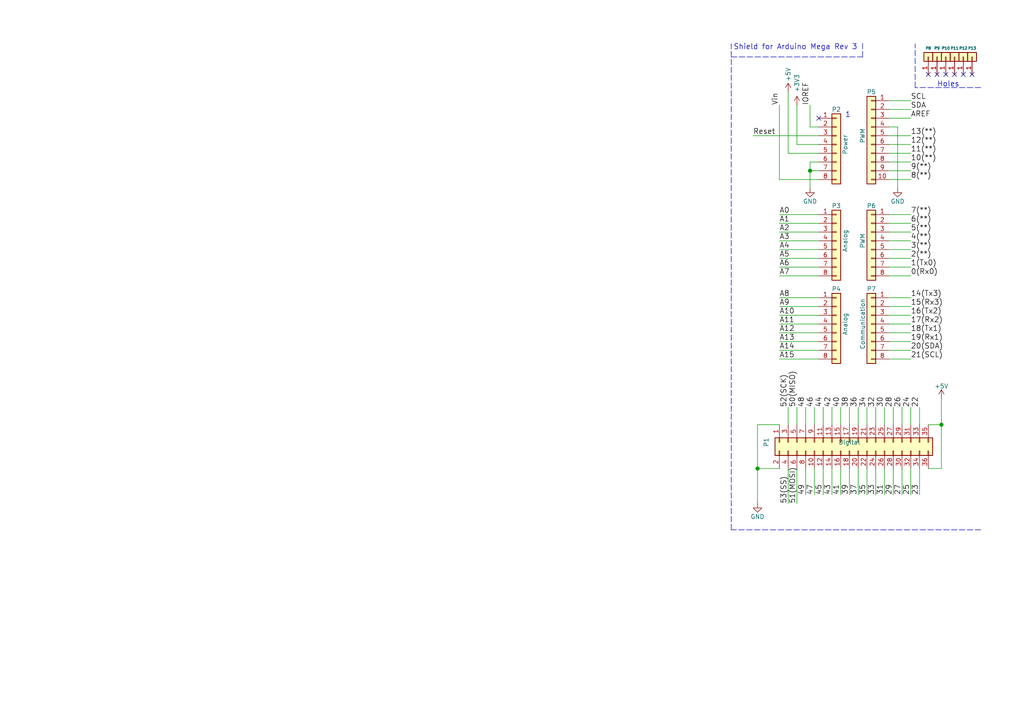
<source format=kicad_sch>
(kicad_sch (version 20211123) (generator eeschema)
  (paper "A4")
  (title_block (date "mar. 31 mars 2015"))
  (lib_symbols
    (symbol "Connector_Generic:Conn_01x01" (pin_names (offset 1.016) hide)
      (property "Reference" "J" (at 0 2.54 0))
      (property "Value" "Conn_01x01" (at 0 -2.54 0))
      (symbol "Conn_01x01_1_1"
        (rectangle (start -1.27 0.127) (end 0 -0.127) (stroke (width 0.1524)))
        (rectangle (start -1.27 1.27) (end 1.27 -1.27) (stroke (width 0.254)) (fill (type background)))
        (pin passive line (at -5.08 0 0) (length 3.81) (name "Pin_1") (number "1"))
      )
    )
    (symbol "Connector_Generic:Conn_01x08" (pin_names (offset 1.016) hide)
      (property "Reference" "J" (at 0 10.16 0))
      (property "Value" "Conn_01x08" (at 0 -12.7 0))
      (symbol "Conn_01x08_1_1"
        (rectangle (start -1.27 -10.033) (end 0 -10.287) (stroke (width 0.1524)))
        (rectangle (start -1.27 -7.493) (end 0 -7.747) (stroke (width 0.1524)))
        (rectangle (start -1.27 -4.953) (end 0 -5.207) (stroke (width 0.1524)))
        (rectangle (start -1.27 -2.413) (end 0 -2.667) (stroke (width 0.1524)))
        (rectangle (start -1.27 0.127) (end 0 -0.127) (stroke (width 0.1524)))
        (rectangle (start -1.27 2.667) (end 0 2.413) (stroke (width 0.1524)))
        (rectangle (start -1.27 5.207) (end 0 4.953) (stroke (width 0.1524)))
        (rectangle (start -1.27 7.747) (end 0 7.493) (stroke (width 0.1524)))
        (rectangle (start -1.27 8.89) (end 1.27 -11.43) (stroke (width 0.254)) (fill (type background)))
        (pin passive line (at -5.08 7.62 0) (length 3.81) (name "Pin_1") (number "1"))
        (pin passive line (at -5.08 5.08 0) (length 3.81) (name "Pin_2") (number "2"))
        (pin passive line (at -5.08 2.54 0) (length 3.81) (name "Pin_3") (number "3"))
        (pin passive line (at -5.08 0 0) (length 3.81) (name "Pin_4") (number "4"))
        (pin passive line (at -5.08 -2.54 0) (length 3.81) (name "Pin_5") (number "5"))
        (pin passive line (at -5.08 -5.08 0) (length 3.81) (name "Pin_6") (number "6"))
        (pin passive line (at -5.08 -7.62 0) (length 3.81) (name "Pin_7") (number "7"))
        (pin passive line (at -5.08 -10.16 0) (length 3.81) (name "Pin_8") (number "8"))
      )
    )
    (symbol "Connector_Generic:Conn_01x10" (pin_names (offset 1.016) hide)
      (property "Reference" "J" (at 0 12.7 0))
      (property "Value" "Conn_01x10" (at 0 -15.24 0))
      (symbol "Conn_01x10_1_1"
        (rectangle (start -1.27 -12.573) (end 0 -12.827) (stroke (width 0.1524)))
        (rectangle (start -1.27 -10.033) (end 0 -10.287) (stroke (width 0.1524)))
        (rectangle (start -1.27 -7.493) (end 0 -7.747) (stroke (width 0.1524)))
        (rectangle (start -1.27 -4.953) (end 0 -5.207) (stroke (width 0.1524)))
        (rectangle (start -1.27 -2.413) (end 0 -2.667) (stroke (width 0.1524)))
        (rectangle (start -1.27 0.127) (end 0 -0.127) (stroke (width 0.1524)))
        (rectangle (start -1.27 2.667) (end 0 2.413) (stroke (width 0.1524)))
        (rectangle (start -1.27 5.207) (end 0 4.953) (stroke (width 0.1524)))
        (rectangle (start -1.27 7.747) (end 0 7.493) (stroke (width 0.1524)))
        (rectangle (start -1.27 10.287) (end 0 10.033) (stroke (width 0.1524)))
        (rectangle (start -1.27 11.43) (end 1.27 -13.97) (stroke (width 0.254)) (fill (type background)))
        (pin passive line (at -5.08 10.16 0) (length 3.81) (name "Pin_1") (number "1"))
        (pin passive line (at -5.08 -12.7 0) (length 3.81) (name "Pin_10") (number "10"))
        (pin passive line (at -5.08 7.62 0) (length 3.81) (name "Pin_2") (number "2"))
        (pin passive line (at -5.08 5.08 0) (length 3.81) (name "Pin_3") (number "3"))
        (pin passive line (at -5.08 2.54 0) (length 3.81) (name "Pin_4") (number "4"))
        (pin passive line (at -5.08 0 0) (length 3.81) (name "Pin_5") (number "5"))
        (pin passive line (at -5.08 -2.54 0) (length 3.81) (name "Pin_6") (number "6"))
        (pin passive line (at -5.08 -5.08 0) (length 3.81) (name "Pin_7") (number "7"))
        (pin passive line (at -5.08 -7.62 0) (length 3.81) (name "Pin_8") (number "8"))
        (pin passive line (at -5.08 -10.16 0) (length 3.81) (name "Pin_9") (number "9"))
      )
    )
    (symbol "Connector_Generic:Conn_02x18_Odd_Even" (pin_names (offset 1.016) hide)
      (property "Reference" "J" (at 1.27 22.86 0))
      (property "Value" "Conn_02x18_Odd_Even" (at 1.27 -25.4 0))
      (symbol "Conn_02x18_Odd_Even_1_1"
        (rectangle (start -1.27 -22.733) (end 0 -22.987) (stroke (width 0.1524)))
        (rectangle (start -1.27 -20.193) (end 0 -20.447) (stroke (width 0.1524)))
        (rectangle (start -1.27 -17.653) (end 0 -17.907) (stroke (width 0.1524)))
        (rectangle (start -1.27 -15.113) (end 0 -15.367) (stroke (width 0.1524)))
        (rectangle (start -1.27 -12.573) (end 0 -12.827) (stroke (width 0.1524)))
        (rectangle (start -1.27 -10.033) (end 0 -10.287) (stroke (width 0.1524)))
        (rectangle (start -1.27 -7.493) (end 0 -7.747) (stroke (width 0.1524)))
        (rectangle (start -1.27 -4.953) (end 0 -5.207) (stroke (width 0.1524)))
        (rectangle (start -1.27 -2.413) (end 0 -2.667) (stroke (width 0.1524)))
        (rectangle (start -1.27 0.127) (end 0 -0.127) (stroke (width 0.1524)))
        (rectangle (start -1.27 2.667) (end 0 2.413) (stroke (width 0.1524)))
        (rectangle (start -1.27 5.207) (end 0 4.953) (stroke (width 0.1524)))
        (rectangle (start -1.27 7.747) (end 0 7.493) (stroke (width 0.1524)))
        (rectangle (start -1.27 10.287) (end 0 10.033) (stroke (width 0.1524)))
        (rectangle (start -1.27 12.827) (end 0 12.573) (stroke (width 0.1524)))
        (rectangle (start -1.27 15.367) (end 0 15.113) (stroke (width 0.1524)))
        (rectangle (start -1.27 17.907) (end 0 17.653) (stroke (width 0.1524)))
        (rectangle (start -1.27 20.447) (end 0 20.193) (stroke (width 0.1524)))
        (rectangle (start -1.27 21.59) (end 3.81 -24.13) (stroke (width 0.254)) (fill (type background)))
        (rectangle (start 3.81 -22.733) (end 2.54 -22.987) (stroke (width 0.1524)))
        (rectangle (start 3.81 -20.193) (end 2.54 -20.447) (stroke (width 0.1524)))
        (rectangle (start 3.81 -17.653) (end 2.54 -17.907) (stroke (width 0.1524)))
        (rectangle (start 3.81 -15.113) (end 2.54 -15.367) (stroke (width 0.1524)))
        (rectangle (start 3.81 -12.573) (end 2.54 -12.827) (stroke (width 0.1524)))
        (rectangle (start 3.81 -10.033) (end 2.54 -10.287) (stroke (width 0.1524)))
        (rectangle (start 3.81 -7.493) (end 2.54 -7.747) (stroke (width 0.1524)))
        (rectangle (start 3.81 -4.953) (end 2.54 -5.207) (stroke (width 0.1524)))
        (rectangle (start 3.81 -2.413) (end 2.54 -2.667) (stroke (width 0.1524)))
        (rectangle (start 3.81 0.127) (end 2.54 -0.127) (stroke (width 0.1524)))
        (rectangle (start 3.81 2.667) (end 2.54 2.413) (stroke (width 0.1524)))
        (rectangle (start 3.81 5.207) (end 2.54 4.953) (stroke (width 0.1524)))
        (rectangle (start 3.81 7.747) (end 2.54 7.493) (stroke (width 0.1524)))
        (rectangle (start 3.81 10.287) (end 2.54 10.033) (stroke (width 0.1524)))
        (rectangle (start 3.81 12.827) (end 2.54 12.573) (stroke (width 0.1524)))
        (rectangle (start 3.81 15.367) (end 2.54 15.113) (stroke (width 0.1524)))
        (rectangle (start 3.81 17.907) (end 2.54 17.653) (stroke (width 0.1524)))
        (rectangle (start 3.81 20.447) (end 2.54 20.193) (stroke (width 0.1524)))
        (pin passive line (at -5.08 20.32 0) (length 3.81) (name "Pin_1") (number "1"))
        (pin passive line (at 7.62 10.16 180) (length 3.81) (name "Pin_10") (number "10"))
        (pin passive line (at -5.08 7.62 0) (length 3.81) (name "Pin_11") (number "11"))
        (pin passive line (at 7.62 7.62 180) (length 3.81) (name "Pin_12") (number "12"))
        (pin passive line (at -5.08 5.08 0) (length 3.81) (name "Pin_13") (number "13"))
        (pin passive line (at 7.62 5.08 180) (length 3.81) (name "Pin_14") (number "14"))
        (pin passive line (at -5.08 2.54 0) (length 3.81) (name "Pin_15") (number "15"))
        (pin passive line (at 7.62 2.54 180) (length 3.81) (name "Pin_16") (number "16"))
        (pin passive line (at -5.08 0 0) (length 3.81) (name "Pin_17") (number "17"))
        (pin passive line (at 7.62 0 180) (length 3.81) (name "Pin_18") (number "18"))
        (pin passive line (at -5.08 -2.54 0) (length 3.81) (name "Pin_19") (number "19"))
        (pin passive line (at 7.62 20.32 180) (length 3.81) (name "Pin_2") (number "2"))
        (pin passive line (at 7.62 -2.54 180) (length 3.81) (name "Pin_20") (number "20"))
        (pin passive line (at -5.08 -5.08 0) (length 3.81) (name "Pin_21") (number "21"))
        (pin passive line (at 7.62 -5.08 180) (length 3.81) (name "Pin_22") (number "22"))
        (pin passive line (at -5.08 -7.62 0) (length 3.81) (name "Pin_23") (number "23"))
        (pin passive line (at 7.62 -7.62 180) (length 3.81) (name "Pin_24") (number "24"))
        (pin passive line (at -5.08 -10.16 0) (length 3.81) (name "Pin_25") (number "25"))
        (pin passive line (at 7.62 -10.16 180) (length 3.81) (name "Pin_26") (number "26"))
        (pin passive line (at -5.08 -12.7 0) (length 3.81) (name "Pin_27") (number "27"))
        (pin passive line (at 7.62 -12.7 180) (length 3.81) (name "Pin_28") (number "28"))
        (pin passive line (at -5.08 -15.24 0) (length 3.81) (name "Pin_29") (number "29"))
        (pin passive line (at -5.08 17.78 0) (length 3.81) (name "Pin_3") (number "3"))
        (pin passive line (at 7.62 -15.24 180) (length 3.81) (name "Pin_30") (number "30"))
        (pin passive line (at -5.08 -17.78 0) (length 3.81) (name "Pin_31") (number "31"))
        (pin passive line (at 7.62 -17.78 180) (length 3.81) (name "Pin_32") (number "32"))
        (pin passive line (at -5.08 -20.32 0) (length 3.81) (name "Pin_33") (number "33"))
        (pin passive line (at 7.62 -20.32 180) (length 3.81) (name "Pin_34") (number "34"))
        (pin passive line (at -5.08 -22.86 0) (length 3.81) (name "Pin_35") (number "35"))
        (pin passive line (at 7.62 -22.86 180) (length 3.81) (name "Pin_36") (number "36"))
        (pin passive line (at 7.62 17.78 180) (length 3.81) (name "Pin_4") (number "4"))
        (pin passive line (at -5.08 15.24 0) (length 3.81) (name "Pin_5") (number "5"))
        (pin passive line (at 7.62 15.24 180) (length 3.81) (name "Pin_6") (number "6"))
        (pin passive line (at -5.08 12.7 0) (length 3.81) (name "Pin_7") (number "7"))
        (pin passive line (at 7.62 12.7 180) (length 3.81) (name "Pin_8") (number "8"))
        (pin passive line (at -5.08 10.16 0) (length 3.81) (name "Pin_9") (number "9"))
      )
    )
    (symbol "power:+3V3" (power) (pin_names (offset 0))
      (property "Value" "+3V3" (at 0 3.556 0))
      (symbol "+3V3_0_1"
        (polyline (pts (xy -0.762 1.27) (xy 0 2.54)))
        (polyline (pts (xy 0 0) (xy 0 2.54)))
        (polyline (pts (xy 0 2.54) (xy 0.762 1.27)))
      )
      (symbol "+3V3_1_1"
        (pin power_in line (at 0 0 90) (length 0) hide (name "+3V3") (number "1"))
      )
    )
    (symbol "power:+5V" (power) (pin_names (offset 0))
      (property "Value" "+5V" (at 0 3.556 0))
      (symbol "+5V_0_1"
        (polyline (pts (xy -0.762 1.27) (xy 0 2.54)))
        (polyline (pts (xy 0 0) (xy 0 2.54)))
        (polyline (pts (xy 0 2.54) (xy 0.762 1.27)))
      )
      (symbol "+5V_1_1"
        (pin power_in line (at 0 0 90) (length 0) hide (name "+5V") (number "1"))
      )
    )
    (symbol "power:GND" (power) (pin_names (offset 0))
      (property "Value" "GND" (at 0 -3.81 0))
      (symbol "GND_0_1"
        (polyline (pts (xy 0 0) (xy 0 -1.27) (xy 1.27 -1.27) (xy 0 -2.54) (xy -1.27 -1.27) (xy 0 -1.27)))
      )
      (symbol "GND_1_1"
        (pin power_in line (at 0 0 270) (length 0) hide (name "GND") (number "1"))
      )
    )
  )
  (junction (at 234.95 49.53) (diameter 1.016))
  (junction (at 273.05 123.19) (diameter 1.016))
  (junction (at 219.71 135.89) (diameter 1.016))
  (no_connect (at 269.24 21.59))
  (no_connect (at 271.78 21.59))
  (no_connect (at 281.94 21.59))
  (no_connect (at 276.86 21.59))
  (no_connect (at 279.4 21.59))
  (no_connect (at 237.49 34.29))
  (no_connect (at 274.32 21.59))
  (wire (pts (xy 257.81 80.01) (xy 264.16 80.01)))
  (wire (pts (xy 228.6 135.89) (xy 228.6 146.05)))
  (wire (pts (xy 226.06 80.01) (xy 237.49 80.01)))
  (wire (pts (xy 241.3 135.89) (xy 241.3 143.51)))
  (wire (pts (xy 273.05 123.19) (xy 273.05 135.89)))
  (wire (pts (xy 226.06 123.19) (xy 219.71 123.19)))
  (wire (pts (xy 257.81 44.45) (xy 264.16 44.45)))
  (wire (pts (xy 234.95 46.99) (xy 234.95 49.53)))
  (wire (pts (xy 226.06 74.93) (xy 237.49 74.93)))
  (wire (pts (xy 236.22 135.89) (xy 236.22 143.51)))
  (wire (pts (xy 259.08 135.89) (xy 259.08 143.51)))
  (wire (pts (xy 234.95 49.53) (xy 234.95 54.61)))
  (wire (pts (xy 248.92 123.19) (xy 248.92 118.11)))
  (wire (pts (xy 231.14 41.91) (xy 237.49 41.91)))
  (polyline (pts (xy 284.48 25.4) (xy 265.43 25.4)) (stroke (width 0) (type dash)))
  (wire (pts (xy 228.6 44.45) (xy 237.49 44.45)))
  (wire (pts (xy 228.6 26.67) (xy 228.6 44.45)))
  (wire (pts (xy 246.38 123.19) (xy 246.38 118.11)))
  (wire (pts (xy 226.06 104.14) (xy 237.49 104.14)))
  (wire (pts (xy 241.3 123.19) (xy 241.3 118.11)))
  (polyline (pts (xy 265.43 25.4) (xy 265.43 12.7)) (stroke (width 0) (type dash)))
  (wire (pts (xy 261.62 123.19) (xy 261.62 118.11)))
  (wire (pts (xy 257.81 34.29) (xy 264.16 34.29)))
  (wire (pts (xy 231.14 30.48) (xy 231.14 41.91)))
  (wire (pts (xy 261.62 135.89) (xy 261.62 143.51)))
  (wire (pts (xy 237.49 62.23) (xy 226.06 62.23)))
  (wire (pts (xy 237.49 101.6) (xy 226.06 101.6)))
  (wire (pts (xy 264.16 135.89) (xy 264.16 143.51)))
  (wire (pts (xy 238.76 135.89) (xy 238.76 143.51)))
  (wire (pts (xy 257.81 46.99) (xy 264.16 46.99)))
  (wire (pts (xy 257.81 99.06) (xy 264.16 99.06)))
  (wire (pts (xy 257.81 29.21) (xy 264.16 29.21)))
  (wire (pts (xy 264.16 62.23) (xy 257.81 62.23)))
  (wire (pts (xy 219.71 123.19) (xy 219.71 135.89)))
  (wire (pts (xy 226.06 135.89) (xy 219.71 135.89)))
  (wire (pts (xy 266.7 135.89) (xy 266.7 143.51)))
  (wire (pts (xy 251.46 123.19) (xy 251.46 118.11)))
  (wire (pts (xy 234.95 36.83) (xy 234.95 30.48)))
  (wire (pts (xy 257.81 88.9) (xy 264.16 88.9)))
  (wire (pts (xy 257.81 39.37) (xy 264.16 39.37)))
  (wire (pts (xy 237.49 36.83) (xy 234.95 36.83)))
  (polyline (pts (xy 212.09 16.51) (xy 250.19 16.51)) (stroke (width 0) (type dash)))
  (wire (pts (xy 251.46 135.89) (xy 251.46 143.51)))
  (wire (pts (xy 248.92 135.89) (xy 248.92 143.51)))
  (wire (pts (xy 264.16 67.31) (xy 257.81 67.31)))
  (wire (pts (xy 264.16 41.91) (xy 257.81 41.91)))
  (polyline (pts (xy 212.09 153.67) (xy 212.09 12.7)) (stroke (width 0) (type dash)))
  (wire (pts (xy 273.05 115.57) (xy 273.05 123.19)))
  (wire (pts (xy 238.76 123.19) (xy 238.76 118.11)))
  (wire (pts (xy 264.16 101.6) (xy 257.81 101.6)))
  (wire (pts (xy 257.81 104.14) (xy 264.16 104.14)))
  (wire (pts (xy 228.6 123.19) (xy 228.6 118.11)))
  (wire (pts (xy 243.84 135.89) (xy 243.84 143.51)))
  (wire (pts (xy 264.16 96.52) (xy 257.81 96.52)))
  (wire (pts (xy 264.16 31.75) (xy 257.81 31.75)))
  (wire (pts (xy 226.06 93.98) (xy 237.49 93.98)))
  (wire (pts (xy 256.54 135.89) (xy 256.54 143.51)))
  (wire (pts (xy 236.22 123.19) (xy 236.22 118.11)))
  (wire (pts (xy 237.49 67.31) (xy 226.06 67.31)))
  (wire (pts (xy 218.44 39.37) (xy 237.49 39.37)))
  (wire (pts (xy 260.35 36.83) (xy 257.81 36.83)))
  (wire (pts (xy 264.16 86.36) (xy 257.81 86.36)))
  (wire (pts (xy 257.81 64.77) (xy 264.16 64.77)))
  (wire (pts (xy 264.16 49.53) (xy 257.81 49.53)))
  (wire (pts (xy 273.05 123.19) (xy 269.24 123.19)))
  (wire (pts (xy 237.49 49.53) (xy 234.95 49.53)))
  (wire (pts (xy 254 135.89) (xy 254 143.51)))
  (wire (pts (xy 254 123.19) (xy 254 118.11)))
  (wire (pts (xy 246.38 135.89) (xy 246.38 143.51)))
  (wire (pts (xy 256.54 123.19) (xy 256.54 118.11)))
  (wire (pts (xy 237.49 52.07) (xy 226.06 52.07)))
  (wire (pts (xy 226.06 64.77) (xy 237.49 64.77)))
  (wire (pts (xy 231.14 123.19) (xy 231.14 118.11)))
  (wire (pts (xy 266.7 123.19) (xy 266.7 118.11)))
  (wire (pts (xy 237.49 91.44) (xy 226.06 91.44)))
  (wire (pts (xy 257.81 93.98) (xy 264.16 93.98)))
  (wire (pts (xy 237.49 46.99) (xy 234.95 46.99)))
  (wire (pts (xy 226.06 99.06) (xy 237.49 99.06)))
  (wire (pts (xy 243.84 123.19) (xy 243.84 118.11)))
  (wire (pts (xy 264.16 123.19) (xy 264.16 118.11)))
  (wire (pts (xy 226.06 88.9) (xy 237.49 88.9)))
  (wire (pts (xy 257.81 52.07) (xy 264.16 52.07)))
  (polyline (pts (xy 250.19 16.51) (xy 250.19 12.065)) (stroke (width 0) (type dash)))
  (wire (pts (xy 264.16 91.44) (xy 257.81 91.44)))
  (wire (pts (xy 226.06 69.85) (xy 237.49 69.85)))
  (wire (pts (xy 259.08 123.19) (xy 259.08 118.11)))
  (wire (pts (xy 233.68 135.89) (xy 233.68 143.51)))
  (wire (pts (xy 273.05 135.89) (xy 269.24 135.89)))
  (wire (pts (xy 237.49 86.36) (xy 226.06 86.36)))
  (wire (pts (xy 233.68 123.19) (xy 233.68 118.11)))
  (wire (pts (xy 257.81 74.93) (xy 264.16 74.93)))
  (wire (pts (xy 231.14 135.89) (xy 231.14 146.05)))
  (wire (pts (xy 264.16 72.39) (xy 257.81 72.39)))
  (wire (pts (xy 264.16 77.47) (xy 257.81 77.47)))
  (wire (pts (xy 237.49 96.52) (xy 226.06 96.52)))
  (wire (pts (xy 226.06 52.07) (xy 226.06 30.48)))
  (wire (pts (xy 219.71 135.89) (xy 219.71 146.05)))
  (wire (pts (xy 237.49 77.47) (xy 226.06 77.47)))
  (polyline (pts (xy 284.48 153.67) (xy 212.09 153.67)) (stroke (width 0) (type dash)))
  (wire (pts (xy 237.49 72.39) (xy 226.06 72.39)))
  (wire (pts (xy 260.35 54.61) (xy 260.35 36.83)))
  (wire (pts (xy 257.81 69.85) (xy 264.16 69.85)))
  (text "1" (at 245.11 34.29 0) (effects (font (size 1.524 1.524)) (justify left bottom)))
  (text "Holes" (at 271.78 25.4 0) (effects (font (size 1.524 1.524)) (justify left bottom)))
  (text "Shield for Arduino Mega Rev 3" (at 212.725 14.605 0) (effects (font (size 1.524 1.524)) (justify left bottom)))
  (label "21(SCL)" (at 264.16 104.14 0) (effects (font (size 1.524 1.524))))
  (label "36" (at 248.92 118.11 90) (effects (font (size 1.524 1.524))))
  (label "0(Rx0)" (at 264.16 80.01 0) (effects (font (size 1.524 1.524))))
  (label "17(Rx2)" (at 264.16 93.98 0) (effects (font (size 1.524 1.524))))
  (label "19(Rx1)" (at 264.16 99.06 0) (effects (font (size 1.524 1.524))))
  (label "SDA" (at 264.16 31.75 0) (effects (font (size 1.524 1.524))))
  (label "A14" (at 226.06 101.6 0) (effects (font (size 1.524 1.524))))
  (label "51(MOSI)" (at 231.14 146.05 90) (effects (font (size 1.524 1.524))))
  (label "41" (at 243.84 143.51 90) (effects (font (size 1.524 1.524))))
  (label "43" (at 241.3 143.51 90) (effects (font (size 1.524 1.524))))
  (label "1(Tx0)" (at 264.16 77.47 0) (effects (font (size 1.524 1.524))))
  (label "A3" (at 226.06 69.85 0) (effects (font (size 1.524 1.524))))
  (label "45" (at 238.76 143.51 90) (effects (font (size 1.524 1.524))))
  (label "9(**)" (at 264.16 49.53 0) (effects (font (size 1.524 1.524))))
  (label "SCL" (at 264.16 29.21 0) (effects (font (size 1.524 1.524))))
  (label "A8" (at 226.06 86.36 0) (effects (font (size 1.524 1.524))))
  (label "14(Tx3)" (at 264.16 86.36 0) (effects (font (size 1.524 1.524))))
  (label "27" (at 261.62 143.51 90) (effects (font (size 1.524 1.524))))
  (label "12(**)" (at 264.16 41.91 0) (effects (font (size 1.524 1.524))))
  (label "A5" (at 226.06 74.93 0) (effects (font (size 1.524 1.524))))
  (label "IOREF" (at 234.95 30.48 90) (effects (font (size 1.524 1.524))))
  (label "3(**)" (at 264.16 72.39 0) (effects (font (size 1.524 1.524))))
  (label "Reset" (at 218.44 39.37 0) (effects (font (size 1.524 1.524))))
  (label "A0" (at 226.06 62.23 0) (effects (font (size 1.524 1.524))))
  (label "A1" (at 226.06 64.77 0) (effects (font (size 1.524 1.524))))
  (label "A11" (at 226.06 93.98 0) (effects (font (size 1.524 1.524))))
  (label "40" (at 243.84 118.11 90) (effects (font (size 1.524 1.524))))
  (label "53(SS)" (at 228.6 146.05 90) (effects (font (size 1.524 1.524))))
  (label "30" (at 256.54 118.11 90) (effects (font (size 1.524 1.524))))
  (label "31" (at 256.54 143.51 90) (effects (font (size 1.524 1.524))))
  (label "28" (at 259.08 118.11 90) (effects (font (size 1.524 1.524))))
  (label "44" (at 238.76 118.11 90) (effects (font (size 1.524 1.524))))
  (label "6(**)" (at 264.16 64.77 0) (effects (font (size 1.524 1.524))))
  (label "5(**)" (at 264.16 67.31 0) (effects (font (size 1.524 1.524))))
  (label "37" (at 248.92 143.51 90) (effects (font (size 1.524 1.524))))
  (label "38" (at 246.38 118.11 90) (effects (font (size 1.524 1.524))))
  (label "29" (at 259.08 143.51 90) (effects (font (size 1.524 1.524))))
  (label "18(Tx1)" (at 264.16 96.52 0) (effects (font (size 1.524 1.524))))
  (label "24" (at 264.16 118.11 90) (effects (font (size 1.524 1.524))))
  (label "A9" (at 226.06 88.9 0) (effects (font (size 1.524 1.524))))
  (label "39" (at 246.38 143.51 90) (effects (font (size 1.524 1.524))))
  (label "22" (at 266.7 118.11 90) (effects (font (size 1.524 1.524))))
  (label "A15" (at 226.06 104.14 0) (effects (font (size 1.524 1.524))))
  (label "A6" (at 226.06 77.47 0) (effects (font (size 1.524 1.524))))
  (label "48" (at 233.68 118.11 90) (effects (font (size 1.524 1.524))))
  (label "Vin" (at 226.06 30.48 90) (effects (font (size 1.524 1.524))))
  (label "A7" (at 226.06 80.01 0) (effects (font (size 1.524 1.524))))
  (label "23" (at 266.7 143.51 90) (effects (font (size 1.524 1.524))))
  (label "2(**)" (at 264.16 74.93 0) (effects (font (size 1.524 1.524))))
  (label "49" (at 233.68 143.51 90) (effects (font (size 1.524 1.524))))
  (label "A13" (at 226.06 99.06 0) (effects (font (size 1.524 1.524))))
  (label "A2" (at 226.06 67.31 0) (effects (font (size 1.524 1.524))))
  (label "A12" (at 226.06 96.52 0) (effects (font (size 1.524 1.524))))
  (label "50(MISO)" (at 231.14 118.11 90) (effects (font (size 1.524 1.524))))
  (label "52(SCK)" (at 228.6 118.11 90) (effects (font (size 1.524 1.524))))
  (label "26" (at 261.62 118.11 90) (effects (font (size 1.524 1.524))))
  (label "47" (at 236.22 143.51 90) (effects (font (size 1.524 1.524))))
  (label "A4" (at 226.06 72.39 0) (effects (font (size 1.524 1.524))))
  (label "8(**)" (at 264.16 52.07 0) (effects (font (size 1.524 1.524))))
  (label "42" (at 241.3 118.11 90) (effects (font (size 1.524 1.524))))
  (label "A10" (at 226.06 91.44 0) (effects (font (size 1.524 1.524))))
  (label "7(**)" (at 264.16 62.23 0) (effects (font (size 1.524 1.524))))
  (label "20(SDA)" (at 264.16 101.6 0) (effects (font (size 1.524 1.524))))
  (label "16(Tx2)" (at 264.16 91.44 0) (effects (font (size 1.524 1.524))))
  (label "46" (at 236.22 118.11 90) (effects (font (size 1.524 1.524))))
  (label "11(**)" (at 264.16 44.45 0) (effects (font (size 1.524 1.524))))
  (label "4(**)" (at 264.16 69.85 0) (effects (font (size 1.524 1.524))))
  (label "13(**)" (at 264.16 39.37 0) (effects (font (size 1.524 1.524))))
  (label "15(Rx3)" (at 264.16 88.9 0) (effects (font (size 1.524 1.524))))
  (label "10(**)" (at 264.16 46.99 0) (effects (font (size 1.524 1.524))))
  (label "32" (at 254 118.11 90) (effects (font (size 1.524 1.524))))
  (label "33" (at 254 143.51 90) (effects (font (size 1.524 1.524))))
  (label "34" (at 251.46 118.11 90) (effects (font (size 1.524 1.524))))
  (label "35" (at 251.46 143.51 90) (effects (font (size 1.524 1.524))))
  (label "25" (at 264.16 143.51 90) (effects (font (size 1.524 1.524))))
  (label "AREF" (at 264.16 34.29 0) (effects (font (size 1.524 1.524))))
  (symbol (lib_id "Connector_Generic:Conn_01x01") (at 269.24 16.51 90) (unit 1)
    (property "Reference" "P8" (at 269.24 13.97 90) (effects (font (size 0.7874 0.7874))))
    (property "Value" "CONN_01X01" (effects hide))
    (property "Footprint" "Socket_Arduino_Mega:Arduino_1pin" (effects hide))
  )
  (symbol (lib_id "Connector_Generic:Conn_01x01") (at 271.78 16.51 90) (unit 1)
    (property "Reference" "P9" (at 271.78 13.97 90) (effects (font (size 0.7874 0.7874))))
    (property "Value" "CONN_01X01" (effects hide))
    (property "Footprint" "Socket_Arduino_Mega:Arduino_1pin" (effects hide))
  )
  (symbol (lib_id "Connector_Generic:Conn_01x01") (at 274.32 16.51 90) (unit 1)
    (property "Reference" "P10" (at 274.32 13.97 90) (effects (font (size 0.7874 0.7874))))
    (property "Value" "CONN_01X01" (effects hide))
    (property "Footprint" "Socket_Arduino_Mega:Arduino_1pin" (effects hide))
  )
  (symbol (lib_id "Connector_Generic:Conn_01x01") (at 276.86 16.51 90) (unit 1)
    (property "Reference" "P11" (at 276.86 13.97 90) (effects (font (size 0.7874 0.7874))))
    (property "Value" "CONN_01X01" (effects hide))
    (property "Footprint" "Socket_Arduino_Mega:Arduino_1pin" (effects hide))
  )
  (symbol (lib_id "Connector_Generic:Conn_01x01") (at 279.4 16.51 90) (unit 1)
    (property "Reference" "P12" (at 279.4 13.97 90) (effects (font (size 0.7874 0.7874))))
    (property "Value" "CONN_01X01" (effects hide))
    (property "Footprint" "Socket_Arduino_Mega:Arduino_1pin" (effects hide))
  )
  (symbol (lib_id "Connector_Generic:Conn_01x01") (at 281.94 16.51 90) (unit 1)
    (property "Reference" "P13" (at 281.94 13.97 90) (effects (font (size 0.7874 0.7874))))
    (property "Value" "CONN_01X01" (effects hide))
    (property "Footprint" "Socket_Arduino_Mega:Arduino_1pin" (effects hide))
  )
  (symbol (lib_id "Connector_Generic:Conn_01x08") (at 242.57 41.91 0) (unit 1)
    (property "Reference" "P2" (at 242.57 31.75 0))
    (property "Value" "Power" (at 245.11 41.91 90))
    (property "Footprint" "Socket_Arduino_Mega:Socket_Strip_Arduino_1x08" (effects hide))
  )
  (symbol (lib_id "power:+3V3") (at 231.14 30.48 0) (unit 1)
    (property "Reference" "#PWR01" (effects hide))
    (property "Value" "+3.3V" (at 231.14 24.13 90))
  )
  (symbol (lib_id "power:+5V") (at 228.6 26.67 0) (unit 1)
    (property "Reference" "#PWR02" (effects hide))
    (property "Value" "+5V" (at 228.6 21.59 90))
  )
  (symbol (lib_id "power:GND") (at 234.95 54.61 0) (unit 1)
    (property "Reference" "#PWR03" (effects hide))
    (property "Value" "GND" (at 234.95 58.42 0))
  )
  (symbol (lib_id "Connector_Generic:Conn_01x10") (at 252.73 39.37 0) (mirror y) (unit 1)
    (property "Reference" "P5" (at 252.73 26.67 0))
    (property "Value" "PWM" (at 250.19 39.37 90))
    (property "Footprint" "Socket_Arduino_Mega:Socket_Strip_Arduino_1x10" (effects hide))
  )
  (symbol (lib_id "power:GND") (at 260.35 54.61 0) (unit 1)
    (property "Reference" "#PWR04" (effects hide))
    (property "Value" "GND" (at 260.35 58.42 0))
  )
  (symbol (lib_id "Connector_Generic:Conn_01x08") (at 242.57 69.85 0) (unit 1)
    (property "Reference" "P3" (at 242.57 59.69 0))
    (property "Value" "Analog" (at 245.11 69.85 90))
    (property "Footprint" "Socket_Arduino_Mega:Socket_Strip_Arduino_1x08" (effects hide))
  )
  (symbol (lib_id "Connector_Generic:Conn_01x08") (at 252.73 69.85 0) (mirror y) (unit 1)
    (property "Reference" "P6" (at 252.73 59.69 0))
    (property "Value" "PWM" (at 250.19 69.85 90))
    (property "Footprint" "Socket_Arduino_Mega:Socket_Strip_Arduino_1x08" (effects hide))
  )
  (symbol (lib_id "Connector_Generic:Conn_01x08") (at 242.57 93.98 0) (unit 1)
    (property "Reference" "P4" (at 242.57 83.82 0))
    (property "Value" "Analog" (at 245.11 93.98 90))
    (property "Footprint" "Socket_Arduino_Mega:Socket_Strip_Arduino_1x08" (effects hide))
  )
  (symbol (lib_id "Connector_Generic:Conn_01x08") (at 252.73 93.98 0) (mirror y) (unit 1)
    (property "Reference" "P7" (at 252.73 83.82 0))
    (property "Value" "Communication" (at 250.19 93.98 90))
    (property "Footprint" "Socket_Arduino_Mega:Socket_Strip_Arduino_1x08" (effects hide))
  )
  (symbol (lib_id "Connector_Generic:Conn_02x18_Odd_Even") (at 246.38 128.27 90) (mirror x) (unit 1)
    (property "Reference" "P1" (at 222.25 128.27 0))
    (property "Value" "Digital" (at 246.38 128.27 90))
    (property "Footprint" "Socket_Arduino_Mega:Socket_Strip_Arduino_2x18" (effects hide))
  )
  (symbol (lib_id "power:GND") (at 219.71 146.05 0) (unit 1)
    (property "Reference" "#PWR05" (effects hide))
    (property "Value" "GND" (at 219.71 149.86 0))
  )
  (symbol (lib_id "power:+5V") (at 273.05 115.57 0) (unit 1)
    (property "Reference" "#PWR06" (effects hide))
    (property "Value" "+5V" (at 273.05 112.014 0))
  )
)
</source>
